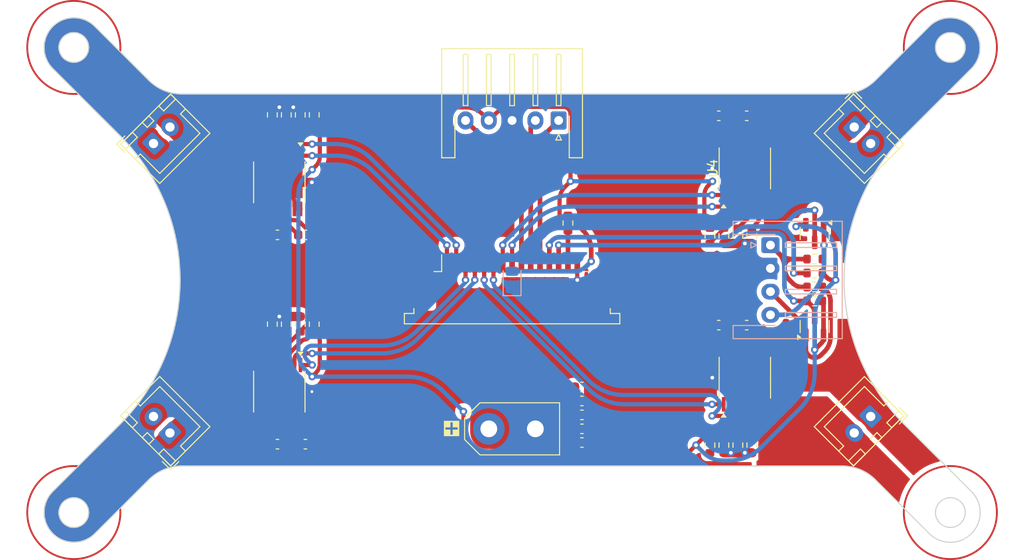
<source format=kicad_pcb>
(kicad_pcb (version 20240108) (generator "pcbnew") (generator_version "8.0")
  (layers (0 "F.Cu" signal) (31 "B.Cu" signal) (34 "B.Paste" user) (35 "F.Paste" user) (36 "B.SilkS" user "B.Silkscreen") (37 "F.SilkS" user "F.Silkscreen") (38 "B.Mask" user) (39 "F.Mask" user) (44 "Edge.Cuts" user))
  (net 0 "")
  (net 1 "Net-(U3-CPL)")
  (net 2 "Net-(U3-CPH)")
  (net 3 "VM")
  (net 4 "Net-(U3-VCP)")
  (net 5 "GND")
  (net 6 "Net-(U2-CPL)")
  (net 7 "Net-(U2-CPH)")
  (net 8 "Net-(U2-VCP)")
  (net 9 "Net-(U4-CPL)")
  (net 10 "Net-(U4-CPH)")
  (net 11 "Net-(U4-VCP)")
  (net 12 "Net-(D1-A)")
  (net 13 "EN-1")
  (net 14 "PH-1")
  (net 15 "EN-2")
  (net 16 "PH-2")
  (net 17 "OUT2-1")
  (net 18 "OUT1-1")
  (net 19 "OUT1-2")
  (net 20 "OUT2-2")
  (net 21 "OUT2-3")
  (net 22 "OUT1-3")
  (net 23 "OUT1-4")
  (net 24 "OUT2-4")
  (net 25 "PH-4")
  (net 26 "EN-4")
  (net 27 "EN-3")
  (net 28 "PH-3")
  (net 29 "VREF-1")
  (net 30 "SLEEP-1")
  (net 31 "Net-(U3-IPROPI)")
  (net 32 "IMODE-1")
  (net 33 "Net-(U2-IPROPI)")
  (net 34 "VREF-2")
  (net 35 "IMODE-2")
  (net 36 "Net-(U4-IPROPI)")
  (net 37 "VREF-3")
  (net 38 "IMODE-3")
  (net 39 "VREF-4")
  (net 40 "IMODE-4")
  (net 44 "Net-(U1-CPL)")
  (net 45 "Net-(U1-CPH)")
  (net 46 "Net-(U1-VCP)")
  (net 47 "Net-(U1-IPROPI)")
  (net 49 "Line-MD-Main=TX_5V")
  (net 50 "+5V")
  (net 51 "Line-MD-Main=RX_5V")
  (net 52 "Line-MD-Main=RX_3.3V")
  (net 53 "Line-MD-Main=TX_3.3V")
  (net 54 "ball02k")
  (net 55 "ball01k")
  (net 56 "KickerSignal-main")
  (footprint "Resistor_SMD:R_0603_1608Metric" (layer "F.Cu") (at 24.25 -4.75 -90)
    (property "Reference" "R16" (hide yes))
    (property "Value" "2.49k")
  )
  (footprint "Resistor_SMD:R_0603_1608Metric" (layer "F.Cu") (at 21.25 17.75 -90)
    (property "Reference" "R13" (hide yes))
    (property "Value" "10k")
  )
  (footprint "@2024TOINIOT2-MD:JST_XH_B2B-XH-A_1x02_P2.50mm_Vertical" (layer "F.Cu") (at -37.62959 15.556349 135)
    (property "Reference" "J4" (hide yes))
    (property "Value" "Conn_01x02_Pin")
  )
  (footprint "Resistor_SMD:R_0603_1608Metric" (layer "F.Cu") (at 32.5 0.75)
    (property "Reference" "R23" (hide yes))
    (property "Value" "10k")
  )
  (footprint "Capacitor_SMD:C_0603_1608Metric" (layer "F.Cu") (at 7.5 16 180)
    (property "Reference" "C4" (hide yes))
    (property "Value" "4.7u")
  )
  (footprint "Package_SO:HTSSOP-16-1EP_4.4x5mm_P0.65mm_EP3.4x5mm_Mask2.46x2.31mm" (layer "F.Cu") (at -25 12 -90)
    (property "Reference" "U2" (hide yes))
    (property "Value" "~")
  )
  (footprint "Package_SO:HTSSOP-16-1EP_4.4x5mm_P0.65mm_EP3.4x5mm_Mask2.46x2.31mm" (layer "F.Cu") (at -25 -10.5 -90)
    (property "Reference" "U1" (hide yes))
    (property "Value" "~")
  )
  (footprint "Capacitor_SMD:C_0603_1608Metric" (layer "F.Cu") (at -22.2 17.65 180)
    (property "Reference" "C9" (hide yes))
    (property "Value" "22n")
  )
  (footprint "Capacitor_SMD:C_0603_1608Metric" (layer "F.Cu") (at 7.5 14.5 180)
    (property "Reference" "C5" (hide yes))
    (property "Value" "50u")
  )
  (footprint "Capacitor_SMD:C_0603_1608Metric" (layer "F.Cu") (at 7.5 11.5 180)
    (property "Reference" "C8" (hide yes))
    (property "Value" "0.1u")
  )
  (footprint "Capacitor_SMD:C_0603_1608Metric" (layer "F.Cu") (at -25.2 17.65 180)
    (property "Reference" "C10" (hide yes))
    (property "Value" "220n")
  )
  (footprint "Resistor_SMD:R_0603_1608Metric" (layer "F.Cu") (at 22.75 17.75 -90)
    (property "Reference" "R14" (hide yes))
    (property "Value" "NP")
  )
  (footprint "Resistor_SMD:R_0603_1608Metric" (layer "F.Cu") (at 21.25 -4.75 -90)
    (property "Reference" "R17" (hide yes))
    (property "Value" "10k")
  )
  (footprint "Resistor_SMD:R_0603_1608Metric" (layer "F.Cu") (at 32.5 -2.25)
    (property "Reference" "R21" (hide yes))
    (property "Value" "10k")
  )
  (footprint "Resistor_SMD:R_0603_1608Metric" (layer "F.Cu") (at -25.75 -17.75 90)
    (property "Reference" "R7" (hide yes))
    (property "Value" "20k")
  )
  (footprint "Resistor_SMD:R_0603_1608Metric" (layer "F.Cu") (at 24.25 17.75 -90)
    (property "Reference" "R12" (hide yes))
    (property "Value" "2.49k")
  )
  (footprint "Package_TO_SOT_SMD:SOT-23" (layer "F.Cu") (at 32.5 -5 -90)
    (property "Reference" "Q3" (hide yes))
    (property "Value" "NMOS")
  )
  (footprint "@2024TOINIOT2-MD:JST_XH_B2B-XH-A_1x02_P2.50mm_Vertical" (layer "F.Cu") (at 37.62959 -15.556349 -45)
    (property "Reference" "J6" (hide yes))
    (property "Value" "Conn_01x02_Pin")
  )
  (footprint "Resistor_SMD:R_0603_1608Metric" (layer "F.Cu") (at -24.25 4.75 90)
    (property "Reference" "R8" (hide yes))
    (property "Value" "2.49k")
  )
  (footprint "Capacitor_SMD:C_0603_1608Metric" (layer "F.Cu") (at 25.2 4.85)
    (property "Reference" "C12" (hide yes))
    (property "Value" "220n")
  )
  (footprint "Package_SO:HTSSOP-16-1EP_4.4x5mm_P0.65mm_EP3.4x5mm_Mask2.46x2.31mm" (layer "F.Cu") (at 25 10.5 90)
    (property "Reference" "U3" (hide yes))
    (property "Value" "~")
  )
  (footprint "@2024TOINIOT2-MD:XT30U-M" (layer "F.Cu") (at 0 16)
    (property "Reference" "J7" (hide yes))
    (property "Value" "Conn_01x02_Pin")
  )
  (footprint "Capacitor_SMD:C_0603_1608Metric" (layer "F.Cu") (at 25.2 -17.65)
    (property "Reference" "C14" (hide yes))
    (property "Value" "220n")
  )
  (footprint "Resistor_SMD:R_0603_1608Metric" (layer "F.Cu") (at 22.75 -4.75 -90)
    (property "Reference" "R18" (hide yes))
    (property "Value" "NP")
  )
  (footprint "Resistor_SMD:R_0603_1608Metric" (layer "F.Cu") (at 25.75 17.75 -90)
    (property "Reference" "R15" (hide yes))
    (property "Value" "20k")
  )
  (footprint "Resistor_SMD:R_0603_1608Metric" (layer "F.Cu") (at -22.75 4.75 90)
    (property "Reference" "R10" (hide yes))
    (property "Value" "NP")
  )
  (footprint "Capacitor_SMD:C_0603_1608Metric" (layer "F.Cu") (at 7.5 17.47 180)
    (property "Reference" "C3" (hide yes))
    (property "Value" "4.7u")
  )
  (footprint "Resistor_SMD:R_0603_1608Metric" (layer "F.Cu") (at -24.25 -17.75 90)
    (property "Reference" "R4" (hide yes))
    (property "Value" "2.49k")
  )
  (footprint "Package_SO:HTSSOP-16-1EP_4.4x5mm_P0.65mm_EP3.4x5mm_Mask2.46x2.31mm" (layer "F.Cu") (at 25 -12 90)
    (property "Reference" "U4")
    (property "Value" "~")
  )
  (footprint "Capacitor_SMD:C_0603_1608Metric" (layer "F.Cu") (at -22.2 -4.85 180)
    (property "Reference" "C1" (hide yes))
    (property "Value" "22n")
  )
  (footprint "Capacitor_SMD:C_0603_1608Metric" (layer "F.Cu") (at 22.2 4.85)
    (property "Reference" "C11" (hide yes))
    (property "Value" "22n")
  )
  (footprint "Resistor_SMD:R_0603_1608Metric" (layer "F.Cu") (at 25.75 -4.75 -90)
    (property "Reference" "R19" (hide yes))
    (property "Value" "20k")
  )
  (footprint "Resistor_SMD:R_0603_1608Metric" (layer "F.Cu") (at -25.75 4.75 90)
    (property "Reference" "R11" (hide yes))
    (property "Value" "20k")
  )
  (footprint "Capacitor_SMD:C_0603_1608Metric" (layer "F.Cu") (at 22.2 -17.65)
    (property "Reference" "C13" (hide yes))
    (property "Value" "22n")
  )
  (footprint "Resistor_SMD:R_0603_1608Metric" (layer "F.Cu") (at 6 -6.125 90)
    (property "Reference" "R1" (hide yes))
    (property "Value" "330")
  )
  (footprint "Connector_FFC-FPC:TE_1-84953-5_1x15-1MP_P1.0mm_Horizontal" (layer "F.Cu") (at 0 0)
    (property "Reference" "J8" (hide yes))
    (property "Value" "Conn_01x15_Pin")
  )
  (footprint "Resistor_SMD:R_0603_1608Metric" (layer "F.Cu") (at -21.25 -17.75 90)
    (property "Reference" "R3" (hide yes))
    (property "Value" "10k")
  )
  (footprint "Capacitor_SMD:C_0603_1608Metric" (layer "F.Cu") (at -25.2 -4.85 180)
    (property "Reference" "C2" (hide yes))
    (property "Value" "220n")
  )
  (footprint "Connector_JST:JST_XH_S5B-XH-A-1_1x05_P2.50mm_Horizontal" (layer "F.Cu") (at 5 -17.15 180)
    (property "Reference" "J1" (hide yes))
    (property "Value" "Conn_01x05_Pin")
  )
  (footprint "Resistor_SMD:R_0603_1608Metric" (layer "F.Cu") (at -21.25 4.75 90)
    (property "Reference" "R9" (hide yes))
    (property "Value" "10k")
  )
  (footprint "@2024TOINIOT2-MD:JST_XH_B2B-XH-A_1x02_P2.50mm_Vertical" (layer "F.Cu") (at -37.62959 -15.556349 45)
    (property "Reference" "J3" (hide yes))
    (property "Value" "Conn_01x02_Pin")
  )
  (footprint "@2024TOINIOT2-MD:JST_XH_B2B-XH-A_1x02_P2.50mm_Vertical" (layer "F.Cu") (at 37.62959 15.556349 -135)
    (property "Reference" "J5" (hide yes))
    (property "Value" "Conn_01x02_Pin")
  )
  (footprint "Resistor_SMD:R_0603_1608Metric" (layer "F.Cu") (at 32.5 2.25)
    (property "Reference" "R22" (hide yes))
    (property "Value" "10k")
  )
  (footprint "Package_TO_SOT_SMD:SOT-23" (layer "F.Cu") (at 32.5 5 90)
    (property "Reference" "Q4" (hide yes))
    (property "Value" "NMOS")
  )
  (footprint "Resistor_SMD:R_0603_1608Metric" (layer "F.Cu") (at -22.75 -17.75 90)
    (property "Reference" "R6" (hide yes))
    (property "Value" "NP")
  )
  (footprint "Capacitor_SMD:C_0603_1608Metric" (layer "F.Cu") (at 7.5 13 180)
    (property "Reference" "C7" (hide yes))
    (property "Value" "0.1u")
  )
  (footprint "Resistor_SMD:R_0603_1608Metric" (layer "F.Cu") (at 32.5 -0.75)
    (property "Reference" "R20" (hide yes))
    (property "Value" "10k")
  )
  (footprint "Connector_JST:JST_XH_S4B-XH-A-1_1x04_P2.50mm_Horizontal" (layer "B.Cu") (at 27.75 -3.75 -90)
    (property "Reference" "J2" (hide yes))
    (property "Value" "Conn_01x04_Pin")
  )
  (footprint "LED_SMD:LED_0805_2012Metric" (layer "B.Cu") (at 0 0 90)
    (property "Reference" "D1" (hide yes))
    (property "Value" "LED")
  )
  (gr_circle (center 47.073241 25) (end 47.073241 30) (stroke (width 0.2)) (fill none) (layer "F.Cu"))
  (gr_circle (center -47.073241 25) (end -47.073241 20) (stroke (width 0.2)) (fill none) (layer "F.Cu"))
  (gr_circle (center 47.073241 -25) (end 47.073241 -30) (stroke (width 0.2)) (fill none) (layer "F.Cu"))
  (gr_circle (center -47.073241 -25) (end -47.073241 -20) (stroke (width 0.2)) (fill none) (layer "F.Cu"))
  (gr_line (start -42.073242 15.474518) (end -49.335983 22.737258) (stroke (width 0.12)) (layer "Edge.Cuts"))
  (gr_arc (start -49.335983 -22.737258) (mid -49.335983 -27.262742) (end -44.810499 -27.262742) (stroke (width 0.12)) (layer "Edge.Cuts"))
  (gr_line (start -39.012223 -21.464465) (end -44.810499 -27.262742) (stroke (width 0.12)) (layer "Edge.Cuts"))
  (gr_line (start 35.47669 -20) (end -35.476691 -20) (stroke (width 0.12)) (layer "Edge.Cuts"))
  (gr_arc (start 35.4767 20) (mid 37.390109 20.380599) (end 39.018145 21.470387) (stroke (width 0.12)) (layer "Edge.Cuts"))
  (gr_arc (start -42.073242 -15.474518) (mid -35.663486 0) (end -42.073242 15.474518) (stroke (width 0.12)) (layer "Edge.Cuts"))
  (gr_circle (center -47.073241 25) (end -45.473241 25) (stroke (width 0.12)) (fill none) (layer "Edge.Cuts"))
  (gr_line (start -35.476691 20) (end 35.4767 20) (stroke (width 0.12)) (layer "Edge.Cuts"))
  (gr_arc (start 44.810498 -27.262741) (mid 49.335983 -27.262742) (end 49.335982 -22.737257) (stroke (width 0.12)) (layer "Edge.Cuts"))
  (gr_arc (start -35.476691 -20) (mid -37.390107 -20.380602) (end -39.012223 -21.464465) (stroke (width 0.12)) (layer "Edge.Cuts"))
  (gr_line (start -44.810499 27.262742) (end -39.012223 21.464465) (stroke (width 0.12)) (layer "Edge.Cuts"))
  (gr_line (start 39.018145 21.470387) (end 44.810498 27.262741) (stroke (width 0.12)) (layer "Edge.Cuts"))
  (gr_line (start 49.335962 22.737237) (end 42.073243 15.474519) (stroke (width 0.12)) (layer "Edge.Cuts"))
  (gr_line (start 42.073243 -15.474519) (end 49.335982 -22.737257) (stroke (width 0.12)) (layer "Edge.Cuts"))
  (gr_circle (center -47.073241 -25) (end -45.473241 -25) (stroke (width 0.12)) (fill none) (layer "Edge.Cuts"))
  (gr_arc (start 42.073243 15.474519) (mid 35.663487 0) (end 42.073243 -15.474519) (stroke (width 0.12)) (layer "Edge.Cuts"))
  (gr_circle (center 47.073241 -25) (end 48.673241 -25) (stroke (width 0.12)) (fill none) (layer "Edge.Cuts"))
  (gr_circle (center 47.073241 25) (end 48.673241 25) (stroke (width 0.12)) (fill none) (layer "Edge.Cuts"))
  (gr_arc (start -44.810499 27.262742) (mid -49.335983 27.262742) (end -49.335983 22.737258) (stroke (width 0.12)) (layer "Edge.Cuts"))
  (gr_arc (start -39.012223 21.464465) (mid -37.390107 20.380602) (end -35.476691 20) (stroke (width 0.12)) (layer "Edge.Cuts"))
  (gr_line (start 44.810498 -27.262741) (end 39.012229 -21.464471) (stroke (width 0.12)) (layer "Edge.Cuts"))
  (gr_arc (start 49.335962 22.737237) (mid 49.335983 27.262742) (end 44.810498 27.262741) (stroke (width 0.12)) (layer "Edge.Cuts"))
  (gr_arc (start 39.012229 -21.464471) (mid 37.390107 -20.380605) (end 35.47669 -20) (stroke (width 0.12)) (layer "Edge.Cuts"))
  (gr_line (start -49.335983 -22.737258) (end -42.073242 -15.474518) (stroke (width 0.12)) (layer "Edge.Cuts"))
  (segment (start 23.347617 6.425) (end 23.462054 6.425) (width 0.45) (layer "F.Cu") (net 1))
  (segment (start 22.754197 6.179197) (end 21.425 4.85) (width 0.45) (layer "F.Cu") (net 1))
  (segment (start 24.025 6.987945) (end 24.025 7.6375) (width 0.45) (layer "F.Cu") (net 1))
  (arc (start 23.860117 6.589883) (mid 23.982148 6.772515) (end 24.025 6.987945) (width 0.45) (layer "F.Cu") (net 1))
  (arc (start 22.754197 6.179197) (mid 23.02646 6.361117) (end 23.347617 6.425) (width 0.45) (layer "F.Cu") (net 1))
  (arc (start 23.860117 6.589883) (mid 23.677484 6.467851) (end 23.462054 6.425) (width 0.45) (layer "F.Cu") (net 1))
  (segment (start 24.294736 6.105264) (end 23.937266 5.747794) (width 0.45) (layer "F.Cu") (net 2))
  (segment (start 24.675 7.023302) (end 24.675 7.6375) (width 0.45) (layer "F.Cu") (net 2))
  (segment (start 23.827205 5.702205) (end 22.975 4.85) (width 0.45) (layer "F.Cu") (net 2))
  (arc (start 24.294736 6.105264) (mid 24.576172 6.526463) (end 24.675 7.023302) (width 0.45) (layer "F.Cu") (net 2))
  (arc (start 23.827205 5.702205) (mid 23.852453 5.719075) (end 23.882236 5.725) (width 0.45) (layer "F.Cu") (net 2))
  (arc (start 23.937266 5.747794) (mid 23.912018 5.730923) (end 23.882236 5.725) (width 0.45) (layer "F.Cu") (net 2))
  (segment (start 25.975 -14.8625) (end 25.975 -17.65) (width 0.45) (layer "F.Cu") (net 3))
  (segment (start -25.975 17.65) (end -25.975 14.8625) (width 0.45) (layer "F.Cu") (net 3))
  (segment (start -25.975 -7.6375) (end -25.975 -4.85) (width 0.45) (layer "F.Cu") (net 3))
  (segment (start 25.975 7.6375) (end 25.975 4.85) (width 0.45) (layer "F.Cu") (net 3))
  (segment (start 25.325 6.386396) (end 25.325 7.6375) (width 0.45) (layer "F.Cu") (net 4))
  (segment (start 24.875 5.3) (end 24.425 4.85) (width 0.45) (layer "F.Cu") (net 4))
  (arc (start 24.875 5.3) (mid 25.208048 5.798442) (end 25.325 6.386396) (width 0.45) (layer "F.Cu") (net 4))
  (segment (start -24.25 -18.575) (end -22.75 -18.575) (width 1) (layer "F.Cu") (net 5))
  (segment (start 27.275 -14.421133) (end 27.275 -14.8625) (width 0.45) (layer "F.Cu") (net 5))
  (segment (start -23.05 14.8625) (end -22.725 14.8625) (width 0.45) (layer "F.Cu") (net 5))
  (segment (start 23.05 -14.8625) (end 22.725 -14.8625) (width 0.45) (layer "F.Cu") (net 5))
  (segment (start 24.25 18.575) (end 25.75 18.575) (width 1) (layer "F.Cu") (net 5))
  (segment (start -24.852383 12) (end -21.5 12) (width 1) (layer "F.Cu") (net 5))
  (segment (start 6.725 16) (end 2.5 16) (width 1) (layer "F.Cu") (net 5))
  (segment (start 6.725 16) (end 6.725 17.47) (width 1) (layer "F.Cu") (net 5))
  (segment (start 25.295234 12) (end 25 12) (width 0.45) (layer "F.Cu") (net 5))
  (segment (start 6.725 14.5) (end 6.725 16) (width 1) (layer "F.Cu") (net 5))
  (segment (start -26.962906 13.667672) (end -25.399614 12.10438) (width 0.45) (layer "F.Cu") (net 5))
  (segment (start -25.147617 12) (end -24.852383 12) (width 0.45) (layer "F.Cu") (net 5))
  (segment (start 25.147617 -12) (end 24.852383 -12) (width 0.45) (layer "F.Cu") (net 5))
  (segment (start 26.962906 8.832327) (end 25.295234 10.5) (width 0.45) (layer "F.Cu") (net 5))
  (segment (start -27.275 -8.078867) (end -27.275 -7.6375) (width 0.45) (layer "F.Cu") (net 5))
  (segment (start -27.275 14.421133) (end -27.275 14.8625) (width 0.45) (layer "F.Cu") (net 5))
  (segment (start 23.375 7.6375) (end 22.725 7.6375) (width 0.45) (layer "F.Cu") (net 5))
  (segment (start -25.147617 -10.5) (end -24.852383 -10.5) (width 0.45) (layer "F.Cu") (net 5))
  (segment (start -24.25 3.925) (end -22.75 3.925) (width 1) (layer "F.Cu") (net 5))
  (segment (start 24.25 18.575) (end 22.75 18.575) (width 1) (layer "F.Cu") (net 5))
  (segment (start 27.275 8.078867) (end 27.275 7.6375) (width 0.45) (layer "F.Cu") (net 5))
  (segment (start -23.375 14.5375) (end -23.375 14.24375) (width 0.45) (layer "F.Cu") (net 5))
  (segment (start 6.725 13) (end 6.725 14.5) (width 1) (layer "F.Cu") (net 5))
  (segment (start 25.399614 -12.10438) (end 26.962906 -13.667672) (width 0.45) (layer "F.Cu") (net 5))
  (segment (start -23.05 -7.6375) (end -22.725 -7.6375) (width 0.45) (layer "F.Cu") (net 5))
  (segment (start 7 0) (end 7 -1.8) (width 0.45) (layer "F.Cu") (net 5))
  (segment (start 24.25 -3.925) (end 25.75 -3.925) (width 1) (layer "F.Cu") (net 5))
  (segment (start -25.399614 -10.395618) (end -26.962906 -8.832327) (width 0.45) (layer "F.Cu") (net 5))
  (segment (start -24.25 3.925) (end -25.75 3.925) (width 1) (layer "F.Cu") (net 5))
  (segment (start 24.895618 -12.10438) (end 23.812522 -13.187477) (width 0.45) (layer "F.Cu") (net 5))
  (segment (start 23.375 8.25625) (end 23.375 7.6375) (width 0.45) (layer "F.Cu") (net 5))
  (segment (start 6.725 13) (end 6.725 11.5) (width 1) (layer "F.Cu") (net 5))
  (segment (start -24.895619 -10.395619) (end -23.812522 -9.312522) (width 0.45) (layer "F.Cu") (net 5))
  (segment (start 23.812522 9.312522) (end 24.1875 9.6875) (width 0.45) (layer "F.Cu") (net 5))
  (segment (start -24.852383 -10.5) (end -21.5 -10.5) (width 1) (layer "F.Cu") (net 5))
  (segment (start 23.850951 10.5) (end 21.5 10.5) (width 1) (layer "F.Cu") (net 5))
  (segment (start 24.852383 -12) (end 21.5 -12) (width 1) (layer "F.Cu") (net 5))
  (segment (start -23.375 -7.9625) (end -23.375 -8.25625) (width 0.45) (layer "F.Cu") (net 5))
  (segment (start 23.375 -14.5375) (end 23.375 -14.24375) (width 0.45) (layer "F.Cu") (net 5))
  (segment (start -24.895618 12.10438) (end -23.812522 13.187477) (width 0.45) (layer "F.Cu") (net 5))
  (segment (start -24.25 -18.575) (end -25.75 -18.575) (width 1) (layer "F.Cu") (net 5))
  (segment (start 24.25 -3.925) (end 22.75 -3.925) (width 1) (layer "F.Cu") (net 5))
  (via (at 21.5 10.5) (size 0.8) (drill 0.4) (layers "F.Cu" "B.Cu") (net 5))
  (via (at -21.5 -10.5) (size 0.8) (drill 0.4) (layers "F.Cu" "B.Cu") (net 5))
  (via (at 23.5 18.575) (size 0.8) (drill 0.4) (layers "F.Cu" "B.Cu") (net 5))
  (via (at 21.5 -12) (size 0.8) (drill 0.4) (layers "F.Cu" "B.Cu") (net 5))
  (via (at -25 -18.575) (size 0.8) (drill 0.4) (layers "F.Cu" "B.Cu") (net 5))
  (via (at 25 18.575) (size 0.8) (drill 0.4) (layers "F.Cu" "B.Cu") (net 5))
  (via (at -25 3.925) (size 0.8) (drill 0.4) (layers "F.Cu" "B.Cu") (net 5))
  (via (at -21.5 12) (size 0.5) (drill 0.3) (layers "F.Cu" "B.Cu") (net 5))
  (via (at -23.5 -18.575) (size 0.8) (drill 0.4) (layers "F.Cu" "B.Cu") (net 5))
  (via (at 25 -3.925) (size 0.8) (drill 0.4) (layers "F.Cu" "B.Cu") (net 5))
  (via (at 7 0) (size 0.8) (drill 0.4) (layers "F.Cu" "B.Cu") (net 5))
  (arc (start 23.375 -14.5375) (mid 23.279809 -14.767309) (end 23.05 -14.8625) (width 0.45) (layer "F.Cu") (net 5))
  (arc (start 24.895618 -12.10438) (mid 25.011236 -12.027127) (end 25.147617 -12) (width 0.45) (layer "F.Cu") (net 5))
  (arc (start 27.275 -14.421133) (mid 27.193889 -14.013362) (end 26.962906 -13.667672) (width 0.45) (layer "F.Cu") (net 5))
  (arc (start -25.147617 -10.5) (mid -25.283997 -10.472872) (end -25.399614 -10.395618) (width 0.45) (layer "F.Cu") (net 5))
  (arc (start 23.375 -14.24375) (mid 23.488708 -13.672099) (end 23.812522 -13.187477) (width 0.45) (layer "F.Cu") (net 5))
  (arc (start -23.812522 -9.312522) (mid -23.488708 -8.8279) (end -23.375 -8.25625) (width 0.45) (layer "F.Cu") (net 5))
  (arc (start -25.147617 12) (mid -25.283997 12.027127) (end -25.399614 12.10438) (width 0.45) (layer "F.Cu") (net 5))
  (arc (start -24.895619 -10.395619) (mid -25.011236 -10.472872) (end -25.147617 -10.5) (width 0.45) (layer "F.Cu") (net 5))
  (arc (start 27.275 8.078867) (mid 27.193889 8.486636) (end 26.962906 8.832327) (width 0.45) (layer "F.Cu") (net 5))
  (arc (start -26.962906 13.667672) (mid -27.193889 14.013362) (end -27.275 14.421133) (width 0.45) (layer "F.Cu") (net 5))
  (arc (start -26.962906 -8.832327) (mid -27.193889 -8.486636) (end -27.275 -8.078867) (width 0.45) (layer "F.Cu") (net 5))
  (arc (start -23.375 -7.9625) (mid -23.279809 -7.73269) (end -23.05 -7.6375) (width 0.45) (layer "F.Cu") (net 5))
  (arc (start 25.399614 -12.10438) (mid 25.283997 -12.027127) (end 25.147617 -12) (width 0.45) (layer "F.Cu") (net 5))
  (arc (start -23.375 14.5375) (mid -23.279809 14.767309) (end -23.05 14.8625) (width 0.45) (layer "F.Cu") (net 5))
  (arc (start -23.812522 13.187477) (mid -23.488708 13.672099) (end -23.375 14.24375) (width 0.45) (layer "F.Cu") (net 5))
  (arc (start -24.852383 12) (mid -24.908873 12.037745) (end -24.895618 12.10438) (width 1) (layer "F.Cu") (net 5))
  (arc (start 24.1875 9.6875) (mid 24.290673 10.206187) (end 23.850951 10.5) (width 0.45) (layer "F.Cu") (net 5))
  (arc (start 24.852383 -12) (mid 24.908873 -12.037745) (end 24.895618 -12.10438) (width 1) (layer "F.Cu") (net 5))
  (arc (start -24.852383 -10.5) (mid -24.908873 -10.462254) (end -24.895619 -10.395619) (width 1) (layer "F.Cu") (net 5))
  (arc (start -24.895618 12.10438) (mid -25.011236 12.027127) (end -25.147617 12) (width 0.45) (layer "F.Cu") (net 5))
  (arc (start 23.375 8.25625) (mid 23.488708 8.8279) (end 23.812522 9.312522) (width 0.45) (layer "F.Cu") (net 5))
  (segment (start -24.025 15.512054) (end -24.025 14.8625) (width 0.45) (layer "F.Cu") (net 6))
  (segment (start -23.347617 16.075) (end -23.462054 16.075) (width 0.45) (layer "F.Cu") (net 6))
  (segment (start -22.754197 16.320802) (end -21.425 17.65) (width 0.45) (layer "F.Cu") (net 6))
  (arc (start -23.860117 15.910117) (mid -23.677484 16.032148) (end -23.462054 16.075) (width 0.45) (layer "F.Cu") (net 6))
  (arc (start -24.025 15.512054) (mid -23.982148 15.727484) (end -23.860117 15.910117) (width 0.45) (layer "F.Cu") (net 6))
  (arc (start -22.754197 16.320802) (mid -23.02646 16.138881) (end -23.347617 16.075) (width 0.45) (layer "F.Cu") (net 6))
  (segment (start -24.319735 16.369735) (end -23.987266 16.702205) (width 0.45) (layer "F.Cu") (net 7))
  (segment (start -23.877205 16.747794) (end -22.975 17.65) (width 0.45) (layer "F.Cu") (net 7))
  (segment (start -24.675 15.512052) (end -24.675 14.8625) (width 0.45) (layer "F.Cu") (net 7))
  (arc (start -24.675 15.512052) (mid -24.582669 15.976227) (end -24.319735 16.369735) (width 0.45) (layer "F.Cu") (net 7))
  (arc (start -23.877205 16.747794) (mid -23.902453 16.730923) (end -23.932236 16.725) (width 0.45) (layer "F.Cu") (net 7))
  (arc (start -23.987266 16.702205) (mid -23.962018 16.719075) (end -23.932236 16.725) (width 0.45) (layer "F.Cu") (net 7))
  (segment (start -25.325 16.113603) (end -25.325 14.8625) (width 0.45) (layer "F.Cu") (net 8))
  (segment (start -24.875 17.2) (end -24.425 17.65) (width 0.45) (layer "F.Cu") (net 8))
  (arc (start -25.325 16.113603) (mid -25.208048 16.701556) (end -24.875 17.2) (width 0.45) (layer "F.Cu") (net 8))
  (segment (start 22.754197 -16.320802) (end 21.425 -17.65) (width 0.45) (layer "F.Cu") (net 9))
  (segment (start 24.025 -15.512054) (end 24.025 -14.8625) (width 0.45) (layer "F.Cu") (net 9))
  (segment (start 23.462054 -16.075) (end 23.347617 -16.075) (width 0.45) (layer "F.Cu") (net 9))
  (arc (start 22.754197 -16.320802) (mid 23.02646 -16.138881) (end 23.347617 -16.075) (width 0.45) (layer "F.Cu") (net 9))
  (arc (start 23.860117 -15.910117) (mid 23.982148 -15.727484) (end 24.025 -15.512054) (width 0.45) (layer "F.Cu") (net 9))
  (arc (start 23.860117 -15.910117) (mid 23.677484 -16.032148) (end 23.462054 -16.075) (width 0.45) (layer "F.Cu") (net 9))
  (segment (start 23.755086 -16.869913) (end 22.975 -17.65) (width 0.45) (layer "F.Cu") (net 10))
  (segment (start 24.267716 -16.421755) (end 23.865147 -16.824324) (width 0.45) (layer "F.Cu") (net 10))
  (segment (start 24.675 -15.438486) (end 24.675 -14.8625) (width 0.45) (layer "F.Cu") (net 10))
  (arc (start 23.865147 -16.824324) (mid 23.839899 -16.841194) (end 23.810117 -16.847119) (width 0.45) (layer "F.Cu") (net 10))
  (arc (start 23.755086 -16.869913) (mid 23.780334 -16.853042) (end 23.810117 -16.847119) (width 0.45) (layer "F.Cu") (net 10))
  (arc (start 24.267716 -16.421755) (mid 24.56915 -15.970627) (end 24.675 -15.438486) (width 0.45) (layer "F.Cu") (net 10))
  (segment (start 25.325 -16.113603) (end 25.325 -14.8625) (width 0.45) (layer "F.Cu") (net 11))
  (segment (start 24.875 -17.2) (end 24.425 -17.65) (width 0.45) (layer "F.Cu") (net 11))
  (arc (start 24.875 -17.2) (mid 25.208048 -16.701556) (end 25.325 -16.113603) (width 0.45) (layer "F.Cu") (net 11))
  (segment (start 7.633794 -5.316205) (end 6 -6.95) (width 0.5) (layer "F.Cu") (net 12))
  (segment (start 8.5 -3.225) (end 8.5 -2) (width 0.5) (layer "F.Cu") (net 12))
  (via (at 8.5 -2) (size 0.8) (drill 0.4) (layers "F.Cu" "B.Cu") (net 12))
  (arc (start 7.633794 -5.316205) (mid 8.27488 -4.356752) (end 8.5 -3.225) (width 0.5) (layer "F.Cu") (net 12))
  (segment (start 7.96875 -1.46875) (end 8.5 -2) (width 0.5) (layer "B.Cu") (net 12))
  (segment (start 6.686199 -0.9375) (end 0 -0.9375) (width 0.5) (layer "B.Cu") (net 12))
  (arc (start 7.96875 -1.46875) (mid 7.38031 -1.075567) (end 6.686199 -0.9375) (width 0.5) (layer "B.Cu") (net 12))
  (segment (start -21.475 -13.3625) (end -22.725 -13.3625) (width 0.45) (layer "F.Cu") (net 13))
  (segment (start -7 -3.75) (end -7 -1.8) (width 0.45) (layer "F.Cu") (net 13))
  (via (at -21.475 -13.3625) (size 0.8) (drill 0.4) (layers "F.Cu" "B.Cu") (net 13))
  (via (at -7 -3.75) (size 0.8) (drill 0.4) (layers "F.Cu" "B.Cu") (net 13))
  (segment (start -18.866463 -13.3625) (end -21.475 -13.3625) (width 0.45) (layer "B.Cu") (net 13))
  (segment (start -15.018707 -11.768707) (end -7 -3.75) (width 0.45) (layer "B.Cu") (net 13))
  (arc (start -15.018707 -11.768707) (mid -16.784072 -12.948286) (end -18.866463 -13.3625) (width 0.45) (layer "B.Cu") (net 13))
  (segment (start -21.475 -14.6125) (end -22.748037 -14.6125) (width 0.45) (layer "F.Cu") (net 14))
  (segment (start -6 -3.75) (end -6 -1.8) (width 0.45) (layer "F.Cu") (net 14))
  (segment (start -23.375 -13.985537) (end -23.375 -13.3625) (width 0.45) (layer "F.Cu") (net 14))
  (via (at -21.475 -14.6125) (size 0.8) (drill 0.4) (layers "F.Cu" "B.Cu") (net 14))
  (via (at -6 -3.75) (size 0.8) (drill 0.4) (layers "F.Cu" "B.Cu") (net 14))
  (arc (start -22.748037 -14.6125) (mid -22.987965 -14.564775) (end -23.191367 -14.428867) (width 0.45) (layer "F.Cu") (net 14))
  (arc (start -23.191367 -14.428867) (mid -23.327275 -14.225465) (end -23.375 -13.985537) (width 0.45) (layer "F.Cu") (net 14))
  (segment (start -21.475 -14.6125) (end -18.949736 -14.6125) (width 0.45) (layer "B.Cu") (net 14))
  (segment (start -6.058946 -3.975673) (end -15.10198 -13.018707) (width 0.45) (layer "B.Cu") (net 14))
  (segment (start -6 -3.75) (end -6 -3.833363) (width 0.45) (layer "B.Cu") (net 14))
  (arc (start -15.10198 -13.018707) (mid -16.867345 -14.198286) (end -18.949736 -14.6125) (width 0.45) (layer "B.Cu") (net 14))
  (arc (start -6.058946 -3.975673) (mid -6.015319 -3.91038) (end -6 -3.833363) (width 0.45) (layer "B.Cu") (net 14))
  (segment (start -21.475 9.1375) (end -22.725 9.1375) (width 0.45) (layer "F.Cu") (net 15))
  (segment (start -5 0) (end -5 -1.8) (width 0.45) (layer "F.Cu") (net 15))
  (via (at -21.475 9.1375) (size 0.8) (drill 0.4) (layers "F.Cu" "B.Cu") (net 15))
  (via (at -5 0) (size 0.8) (drill 0.4) (layers "F.Cu" "B.Cu") (net 15))
  (segment (start -21.475 9.1375) (end -22.028921 8.583578) (width 0.45) (layer "B.Cu") (net 15))
  (segment (start -21.475001 7.0625) (end -14.068974 7.0625) (width 0.45) (layer "B.Cu") (net 15))
  (segment (start -22.3 7.887498) (end -22.3 7.929136) (width 0.45) (layer "B.Cu") (net 15))
  (segment (start -10.221218 5.468707) (end -5.0875 0.334989) (width 0.45) (layer "B.Cu") (net 15))
  (segment (start -5 0.123744) (end -5 0) (width 0.45) (layer "B.Cu") (net 15))
  (arc (start -5 0.123744) (mid -5.02274 0.238069) (end -5.0875 0.334989) (width 0.45) (layer "B.Cu") (net 15))
  (arc (start -22.3 7.929136) (mid -22.229548 8.283317) (end -22.028921 8.583578) (width 0.45) (layer "B.Cu") (net 15))
  (arc (start -21.475001 7.0625) (mid -21.790714 7.125299) (end -22.058363 7.304136) (width 0.45) (layer "B.Cu") (net 15))
  (arc (start -10.221218 5.468707) (mid -11.986583 6.648286) (end -14.068974 7.0625) (width 0.45) (layer "B.Cu") (net 15))
  (arc (start -22.058363 7.304136) (mid -22.2372 7.571785) (end -22.3 7.887498) (width 0.45) (layer "B.Cu") (net 15))
  (segment (start -4 0) (end -4 -1.8) (width 0.45) (layer "F.Cu") (net 16))
  (segment (start -22.748037 7.8875) (end -21.475 7.8875) (width 0.45) (layer "F.Cu") (net 16))
  (segment (start -23.375 8.514462) (end -23.375 9.1375) (width 0.45) (layer "F.Cu") (net 16))
  (via (at -21.475 7.8875) (size 0.8) (drill 0.4) (layers "F.Cu" "B.Cu") (net 16))
  (via (at -4 0) (size 0.8) (drill 0.4) (layers "F.Cu" "B.Cu") (net 16))
  (arc (start -22.748037 7.8875) (mid -22.987965 7.935224) (end -23.191367 8.071133) (width 0.45) (layer "F.Cu") (net 16))
  (arc (start -23.191367 8.071133) (mid -23.327275 8.274534) (end -23.375 8.514462) (width 0.45) (layer "F.Cu") (net 16))
  (segment (start -4 0.083363) (end -4 0) (width 0.45) (layer "B.Cu") (net 16))
  (segment (start -21.475 7.8875) (end -13.974736 7.8875) (width 0.45) (layer "B.Cu") (net 16))
  (segment (start -4.058946 0.225673) (end -10.12698 6.293707) (width 0.45) (layer "B.Cu") (net 16))
  (arc (start -4 0.083363) (mid -4.015319 0.16038) (end -4.058946 0.225673) (width 0.45) (layer "B.Cu") (net 16))
  (arc (start -10.12698 6.293707) (mid -11.892345 7.473286) (end -13.974736 7.8875) (width 0.45) (layer "B.Cu") (net 16))
  (segment (start -27 -4.960308) (end -27 -4.800237) (width 0.45) (layer "F.Cu") (net 17))
  (segment (start -26.625 -4) (end -26.699312 -4.074312) (width 0.45) (layer "F.Cu") (net 17))
  (segment (start -26.25 -3.094669) (end -26.25 -0.25) (width 0.45) (layer "F.Cu") (net 17))
  (segment (start -26.625 -5.865639) (end -26.625 -7.6375) (width 0.45) (layer "F.Cu") (net 17))
  (arc (start -26.625 -5.865639) (mid -26.673729 -5.620658) (end -26.8125 -5.412974) (width 0.45) (layer "F.Cu") (net 17))
  (arc (start -27 -4.800237) (mid -26.921853 -4.407369) (end -26.699312 -4.074312) (width 0.45) (layer "F.Cu") (net 17))
  (arc (start -26.625 -4) (mid -26.347459 -3.58463) (end -26.25 -3.094669) (width 0.45) (layer "F.Cu") (net 17))
  (arc (start -26.8125 -5.412974) (mid -26.95127 -5.205289) (end -27 -4.960308) (width 0.45) (layer "F.Cu") (net 17))
  (segment (start -26.873008 -16.721229) (end -26.9625 -16.631738) (width 0.45) (layer "F.Cu") (net 18))
  (segment (start -27.275 -15.877296) (end -27.275 -13.3625) (width 0.45) (layer "F.Cu") (net 18))
  (segment (start -26.65 -17.557322) (end -26.65 -17.259619) (width 0.45) (layer "F.Cu") (net 18))
  (segment (start -26.675 -17.617677) (end -26.675 -19.75) (width 0.45) (layer "F.Cu") (net 18))
  (arc (start -26.6625 -17.5875) (mid -26.653248 -17.573654) (end -26.65 -17.557322) (width 0.45) (layer "F.Cu") (net 18))
  (arc (start -26.65 -17.259619) (mid -26.707957 -16.968244) (end -26.873008 -16.721229) (width 0.45) (layer "F.Cu") (net 18))
  (arc (start -26.9625 -16.631738) (mid -27.193783 -16.285597) (end -27.275 -15.877296) (width 0.45) (layer "F.Cu") (net 18))
  (arc (start -26.675 -17.617677) (mid -26.671751 -17.601345) (end -26.6625 -17.5875) (width 0.45) (layer "F.Cu") (net 18))
  (segment (start -26.25 2.335789) (end -26.25 0.75) (width 0.45) (layer "F.Cu") (net 19))
  (segment (start -27.275 4.810358) (end -27.275 9.1375) (width 0.45) (layer "F.Cu") (net 19))
  (arc (start -26.7625 3.573074) (mid -27.141805 4.140744) (end -27.275 4.810358) (width 0.45) (layer "F.Cu") (net 19))
  (arc (start -26.25 2.335789) (mid -26.383194 3.005402) (end -26.7625 3.573074) (width 0.45) (layer "F.Cu") (net 19))
  (segment (start -26.85 18) (end -26.85 18.073223) (width 0.45) (layer "F.Cu") (net 20))
  (segment (start -26.625 16.740426) (end -26.625 14.8625) (width 0.45) (layer "F.Cu") (net 20))
  (segment (start -26.85 17.5) (end -26.85 18) (width 0.45) (layer "F.Cu") (net 20))
  (segment (start -26.85 17.283625) (end -26.85 17.5) (width 0.45) (layer "F.Cu") (net 20))
  (segment (start -26.6 18.676776) (end -26.6 19.75) (width 0.45) (layer "F.Cu") (net 20))
  (arc (start -26.625 16.740426) (mid -26.654237 16.887415) (end -26.7375 17.012026) (width 0.45) (layer "F.Cu") (net 20))
  (arc (start -26.85 18.073223) (mid -26.817513 18.236543) (end -26.725 18.375) (width 0.45) (layer "F.Cu") (net 20))
  (arc (start -26.725 18.375) (mid -26.632486 18.513456) (end -26.6 18.676776) (width 0.45) (layer "F.Cu") (net 20))
  (arc (start -26.7375 17.012026) (mid -26.820762 17.136636) (end -26.85 17.283625) (width 0.45) (layer "F.Cu") (net 20))
  (segment (start 26.920282 5.305191) (end 26.8125 5.412974) (width 0.45) (layer "F.Cu") (net 21))
  (segment (start 27 5.112737) (end 27 5) (width 0.45) (layer "F.Cu") (net 21))
  (segment (start 26.625 5.865639) (end 26.625 7.6375) (width 0.45) (layer "F.Cu") (net 21))
  (arc (start 26.8125 5.412974) (mid 26.673729 5.620658) (end 26.625 5.865639) (width 0.45) (layer "F.Cu") (net 21))
  (arc (start 27 5.112737) (mid 26.979281 5.216892) (end 26.920282 5.305191) (width 0.45) (layer "F.Cu") (net 21))
  (segment (start 26.675 17.343502) (end 26.675 19.725) (width 0.45) (layer "F.Cu") (net 22))
  (segment (start 27.275 15.894973) (end 27.275 13.3625) (width 0.45) (layer "F.Cu") (net 22))
  (arc (start 26.975 16.619238) (mid 26.752967 16.951533) (end 26.675 17.343502) (width 0.45) (layer "F.Cu") (net 22))
  (arc (start 27.275 15.894973) (mid 27.197032 16.286942) (end 26.975 16.619238) (width 0.45) (layer "F.Cu") (net 22))
  (segment (start 27.0125 -5.5125) (end 26.75 -5.25) (width 0.45) (layer "F.Cu") (net 23))
  (segment (start 27.275 -6.146231) (end 27.275 -9.1375) (width 0.45) (layer "F.Cu") (net 23))
  (arc (start 27.275 -6.146231) (mid 27.206778 -5.803258) (end 27.0125 -5.5125) (width 0.45) (layer "F.Cu") (net 23))
  (segment (start 26.625 -18.659099) (end 26.625 -19.775) (width 0.45) (layer "F.Cu") (net 24))
  (segment (start 26.625 -16.740426) (end 26.625 -14.8625) (width 0.45) (layer "F.Cu") (net 24))
  (segment (start 26.85 -18.1159) (end 26.85 -17.283625) (width 0.45) (layer "F.Cu") (net 24))
  (arc (start 26.7375 -18.3875) (mid 26.820762 -18.262889) (end 26.85 -18.1159) (width 0.45) (layer "F.Cu") (net 24))
  (arc (start 26.7375 -17.012026) (mid 26.654237 -16.887415) (end 26.625 -16.740426) (width 0.45) (layer "F.Cu") (net 24))
  (arc (start 26.625 -18.659099) (mid 26.654237 -18.51211) (end 26.7375 -18.3875) (width 0.45) (layer "F.Cu") (net 24))
  (arc (start 26.85 -17.283625) (mid 26.820762 -17.136636) (end 26.7375 -17.012026) (width 0.45) (layer "F.Cu") (net 24))
  (segment (start 22.748037 -7.8875) (end 21.475 -7.8875) (width 0.45) (layer "F.Cu") (net 25))
  (segment (start 23.375 -8.514462) (end 23.375 -9.1375) (width 0.45) (layer "F.Cu") (net 25))
  (segment (start 0 -3.75) (end 0 -1.8) (width 0.45) (layer "F.Cu") (net 25))
  (via (at 21.475 -7.8875) (size 0.8) (drill 0.4) (layers "F.Cu" "B.Cu") (net 25))
  (via (at 0 -3.75) (size 0.8) (drill 0.4) (layers "F.Cu" "B.Cu") (net 25))
  (arc (start 23.375 -8.514462) (mid 23.327275 -8.274534) (end 23.191367 -8.071133) (width 0.45) (layer "F.Cu") (net 25))
  (arc (start 23.191367 -8.071133) (mid 22.987965 -7.935224) (end 22.748037 -7.8875) (width 0.45) (layer "F.Cu") (net 25))
  (segment (start 0.058946 -3.975673) (end 2.37698 -6.293707) (width 0.45) (layer "B.Cu") (net 25))
  (segment (start 0 -3.833363) (end 0 -3.75) (width 0.45) (layer "B.Cu") (net 25))
  (segment (start 6.224736 -7.8875) (end 21.475 -7.8875) (width 0.45) (layer "B.Cu") (net 25))
  (arc (start 0.058946 -3.975673) (mid 0.015319 -3.91038) (end 0 -3.833363) (width 0.45) (layer "B.Cu") (net 25))
  (arc (start 6.224736 -7.8875) (mid 4.142345 -7.473286) (end 2.37698 -6.293707) (width 0.45) (layer "B.Cu") (net 25))
  (segment (start -1 -3.75) (end -1 -1.8) (width 0.45) (layer "F.Cu") (net 26))
  (segment (start 21.475 -9.1375) (end 22.725 -9.1375) (width 0.45) (layer "F.Cu") (net 26))
  (via (at 21.475 -9.1375) (size 0.8) (drill 0.4) (layers "F.Cu" "B.Cu") (net 26))
  (via (at -1 -3.75) (size 0.8) (drill 0.4) (layers "F.Cu" "B.Cu") (net 26))
  (segment (start 21.475 -9.1375) (end 6.474736 -9.1375) (width 0.45) (layer "B.Cu") (net 26))
  (segment (start -1 -3.75) (end -1 -3.833363) (width 0.45) (layer "B.Cu") (net 26))
  (segment (start -0.941053 -3.975673) (end 2.62698 -7.543707) (width 0.45) (layer "B.Cu") (net 26))
  (arc (start -0.941053 -3.975673) (mid -0.98468 -3.91038) (end -1 -3.833363) (width 0.45) (layer "B.Cu") (net 26))
  (arc (start 6.474736 -9.1375) (mid 4.392345 -8.723286) (end 2.62698 -7.543707) (width 0.45) (layer "B.Cu") (net 26))
  (segment (start -3 -0.000003) (end -3 -1.8) (width 0.45) (layer "F.Cu") (net 27))
  (segment (start -3 -0.000003) (end -2.999997 0) (width 0.45) (layer "F.Cu") (net 27))
  (segment (start 21.475 13.3625) (end 22.725 13.3625) (width 0.45) (layer "F.Cu") (net 27))
  (via (at 21.475 13.3625) (size 0.8) (drill 0.4) (layers "F.Cu" "B.Cu") (net 27))
  (via (at -2.999997 0) (size 0.8) (drill 0.4) (layers "F.Cu" "B.Cu") (net 27))
  (segment (start -2.999997 0) (end -2.999997 0.254625) (width 0.45) (layer "B.Cu") (net 27))
  (segment (start 8.259459 11.768707) (end -2.819949 0.689298) (width 0.45) (layer "B.Cu") (net 27))
  (segment (start 21.475 13.3625) (end 12.107215 13.3625) (width 0.45) (layer "B.Cu") (net 27))
  (arc (start 8.259459 11.768707) (mid 10.024824 12.948286) (end 12.107215 13.3625) (width 0.45) (layer "B.Cu") (net 27))
  (arc (start -2.999997 0.254625) (mid -2.953204 0.489868) (end -2.819949 0.689298) (width 0.45) (layer "B.Cu") (net 27))
  (segment (start 23.375 13.985536) (end 23.375 13.3625) (width 0.45) (layer "F.Cu") (net 28))
  (segment (start 22.748036 14.6125) (end 21.475 14.6125) (width 0.45) (layer "F.Cu") (net 28))
  (segment (start -2 0) (end -2 -1.8) (width 0.45) (layer "F.Cu") (net 28))
  (via (at -2 0) (size 0.8) (drill 0.4) (layers "F.Cu" "B.Cu") (net 28))
  (via (at 21.475 14.6125) (size 0.8) (drill 0.4) (layers "F.Cu" "B.Cu") (net 28))
  (arc (start 23.375 13.985536) (mid 23.327275 14.225464) (end 23.191366 14.428866) (width 0.45) (layer "F.Cu") (net 28))
  (arc (start 23.191366 14.428866) (mid 22.987964 14.564775) (end 22.748036 14.6125) (width 0.45) (layer "F.Cu") (net 28))
  (segment (start 22.028921 14.058578) (end 21.475 14.6125) (width 0.45) (layer "B.Cu") (net 28))
  (segment (start 22.028921 12.749694) (end 21.970863 12.691636) (width 0.45) (layer "B.Cu") (net 28))
  (segment (start -2 0) (end -2 0.295005) (width 0.45) (layer "B.Cu") (net 28))
  (segment (start 8.178697 10.768707) (end -1.791399 0.79861) (width 0.45) (layer "B.Cu") (net 28))
  (segment (start 12.026453 12.3625) (end 21.176257 12.3625) (width 0.45) (layer "B.Cu") (net 28))
  (arc (start 22.3 13.404136) (mid 22.229548 13.758317) (end 22.028921 14.058578) (width 0.45) (layer "B.Cu") (net 28))
  (arc (start 22.028921 12.749694) (mid 22.229548 13.049954) (end 22.3 13.404136) (width 0.45) (layer "B.Cu") (net 28))
  (arc (start 8.178697 10.768707) (mid 9.944062 11.948286) (end 12.026453 12.3625) (width 0.45) (layer "B.Cu") (net 28))
  (arc (start 21.970863 12.691636) (mid 21.606294 12.448039) (end 21.176257 12.3625) (width 0.45) (layer "B.Cu") (net 28))
  (arc (start -2 0.295005) (mid -1.945786 0.567554) (end -1.791399 0.79861) (width 0.45) (layer "B.Cu") (net 28))
  (segment (start -21.25 -18.5375) (end -21.25 -18.575) (width 0.45) (layer "F.Cu") (net 29))
  (segment (start -22.776516 -16.898483) (end -24.975866 -14.699133) (width 0.45) (layer "F.Cu") (net 29))
  (segment (start -21.276516 -18.473483) (end -22.723483 -17.026516) (width 0.45) (layer "F.Cu") (net 29))
  (segment (start -25.325 -13.85625) (end -25.325 -13.3625) (width 0.45) (layer "F.Cu") (net 29))
  (arc (start -24.975866 -14.699133) (mid -25.234263 -14.312415) (end -25.325 -13.85625) (width 0.45) (layer "F.Cu") (net 29))
  (arc (start -22.723483 -17.026516) (mid -22.743108 -16.997145) (end -22.75 -16.9625) (width 0.45) (layer "F.Cu") (net 29))
  (arc (start -21.25 -18.5375) (mid -21.256891 -18.502854) (end -21.276516 -18.473483) (width 0.45) (layer "F.Cu") (net 29))
  (arc (start -22.75 -16.9625) (mid -22.756891 -16.927854) (end -22.776516 -16.898483) (width 0.45) (layer "F.Cu") (net 29))
  (segment (start 6.275 -17.842632) (end 6.275 -10.6125) (width 0.45) (layer "F.Cu") (net 30))
  (segment (start 21.55 -5.875) (end 22.671139 -6.996139) (width 0.45) (layer "F.Cu") (net 30))
  (segment (start 23.698592 15.057169) (end 23.759131 14.996631) (width 0.45) (layer "F.Cu") (net 30))
  (segment (start 23.617716 -7.578244) (end 23.293332 -7.25386) (width 0.45) (layer "F.Cu") (net 30))
  (segment (start -21.0625 -12.275) (end -21.475 -11.8625) (width 0.45) (layer "F.Cu") (net 30))
  (segment (start 20.9125 16.925) (end 21.25 16.925) (width 0.45) (layer "F.Cu") (net 30))
  (segment (start -20.95 5.875) (end -21.25 5.575) (width 0.45) (layer "F.Cu") (net 30))
  (segment (start 33.45 5.63125) (end 33.45 2.463388) (width 0.5) (layer "F.Cu") (net 30))
  (segment (start 33.836351 -0.238648) (end 33.325 -0.75) (width 0.5) (layer "F.Cu") (net 30))
  (segment (start 6.275 -10.6125) (end 5.6875 -10.025) (width 0.45) (layer "F.Cu") (net 30))
  (segment (start -2.664339 18.8875) (end 17.808166 18.8875) (width 0.45) (layer "F.Cu") (net 30))
  (segment (start -23.617716 7.578244) (end -22.568332 6.52886) (width 0.45) (layer "F.Cu") (net 30))
  (segment (start -0.003356 -18.6125) (end 5.505132 -18.6125) (width 0.45) (layer "F.Cu") (net 30))
  (segment (start -20.95 -16.625) (end -21.25 -16.925) (width 0.45) (layer "F.Cu") (net 30))
  (segment (start 20.65 -9.118781) (end 20.65 -6.599264) (width 0.45) (layer "F.Cu") (net 30))
  (segment (start -20.4375 -17.7375) (end -21.25 -16.925) (width 0.45) (layer "F.Cu") (net 30))
  (segment (start 34.4125 0) (end 34.75 0) (width 0.5) (layer "F.Cu") (net 30))
  (segment (start 21.0875 -10.175) (end 21.525 -10.6125) (width 0.45) (layer "F.Cu") (net 30))
  (segment (start 20.336351 17.163648) (end 19.75 17.75) (width 0.45) (layer "F.Cu") (net 30))
  (segment (start 33.233448 6.766551) (end 32.5 7.5) (width 0.5) (layer "F.Cu") (net 30))
  (segment (start -23.650985 -14.888485) (end -23.405832 -15.133639) (width 0.45) (layer "F.Cu") (net 30))
  (segment (start -20.65 -13.270863) (end -20.65 -15.900735) (width 0.45) (layer "F.Cu") (net 30))
  (segment (start -24.025 8.561514) (end -24.025 9.1375) (width 0.45) (layer "F.Cu") (net 30))
  (segment (start -24.025 -13.985536) (end -24.025 -13.3625) (width 0.45) (layer "F.Cu") (net 30))
  (segment (start 30.5 -5.75) (end 30.59375 -5.84375) (width 0.5) (layer "F.Cu") (net 30))
  (segment (start -21.0625 9.975) (end -21.475 10.3875) (width 0.45) (layer "F.Cu") (net 30))
  (segment (start -1.76875 -17.88125) (end -1.8 -17.85) (width 0.45) (layer "F.Cu") (net 30))
  (segment (start 30.820082 -5.9375) (end 31.55 -5.9375) (width 0.5) (layer "F.Cu") (net 30))
  (segment (start 19.18125 18.31875) (end 19.75 17.75) (width 0.45) (layer "F.Cu") (net 30))
  (segment (start 6 -5.3) (end 6 -1.8) (width 0.5) (layer "F.Cu") (net 30))
  (segment (start -5.225 16.326839) (end -5.225 14.1375) (width 0.45) (layer "F.Cu") (net 30))
  (segment (start 33.378033 2.303033) (end 33.3875 2.3125) (width 0.5) (layer "F.Cu") (net 30))
  (segment (start -21.946139 6.271139) (end -21.25 5.575) (width 0.45) (layer "F.Cu") (net 30))
  (segment (start -18.475951 -18.55) (end -4.889949 -18.55) (width 0.45) (layer "F.Cu") (net 30))
  (segment (start 33.325 2.325) (end 33.325 2.4) (width 0.5) (layer "F.Cu") (net 30))
  (segment (start 24.025 -8.561514) (end 24.025 -9.1375) (width 0.45) (layer "F.Cu") (net 30))
  (segment (start 5.55 -5.75) (end 6 -5.3) (width 0.45) (layer "F.Cu") (net 30))
  (segment (start -20.65 8.979136) (end -20.65 6.599264) (width 0.45) (layer "F.Cu") (net 30))
  (segment (start -22.783639 -15.39136) (end -21.25 -16.925) (width 0.45) (layer "F.Cu") (net 30))
  (segment (start 5.1 -6.836396) (end 5.1 -8.606649) (width 0.45) (layer "F.Cu") (net 30))
  (segment (start 33.45 5.63125) (end 33.45 6.24375) (width 0.5) (layer "F.Cu") (net 30))
  (segment (start 24.025 14.354766) (end 24.025 13.3625) (width 0.45) (layer "F.Cu") (net 30))
  (segment (start 22.707169 15.46783) (end 21.25 16.925) (width 0.45) (layer "F.Cu") (net 30))
  (via (at -21.475 -11.8625) (size 0.8) (drill 0.4) (layers "F.Cu" "B.Cu") (net 30))
  (via (at 32.5 7.5) (size 0.8) (drill 0.4) (layers "F.Cu" "B.Cu") (net 30))
  (via (at 6.275 -10.6125) (size 0.8) (drill 0.4) (layers "F.Cu" "B.Cu") (net 30))
  (via (at 19.75 17.75) (size 0.8) (drill 0.4) (layers "F.Cu" "B.Cu") (net 30))
  (via (at 34.75 0) (size 0.8) (drill 0.4) (layers "F.Cu" "B.Cu") (net 30))
  (via (at 30.5 -5.75) (size 0.8) (drill 0.4) (layers "F.Cu" "B.Cu") (net 30))
  (via (at -5.225 14.1375) (size 0.8) (drill 0.4) (layers "F.Cu" "B.Cu") (net 30))
  (via (at 21.525 -10.6125) (size 0.8) (drill 0.4) (layers "F.Cu" "B.Cu") (net 30))
  (via (at -21.475 10.3875) (size 0.8) (drill 0.4) (layers "F.Cu" "B.Cu") (net 30))
  (arc (start -3.2 -17.85) (mid -2.5 -17.56005) (end -1.8 -17.85) (width 0.45) (layer "F.Cu") (net 30))
  (arc (start 6.049511 -18.387011) (mid 6.216397 -18.137247) (end 6.275 -17.842632) (width 0.45) (layer "F.Cu") (net 30))
  (arc (start 20.9125 16.925) (mid 20.60069 16.987022) (end 20.336351 17.163648) (width 0.45) (layer "F.Cu") (net 30))
  (arc (start 5.1 -6.836396) (mid 5.216951 -6.248442) (end 5.55 -5.75) (width 0.45) (layer "F.Cu") (net 30))
  (arc (start 23.698592 15.057169) (mid 23.471157 15.209136) (end 23.202881 15.2625) (width 0.45) (layer "F.Cu") (net 30))
  (arc (start 30.820082 -5.9375) (mid 30.697592 -5.913135) (end 30.59375 -5.84375) (width 0.5) (layer "F.Cu") (net 30))
  (arc (start 22.982236 -7.125) (mid 22.813871 -7.09151) (end 22.671139 -6.996139) (width 0.45) (layer "F.Cu") (net 30))
  (arc (start -23.617716 7.578244) (mid -23.91915 8.029372) (end -24.025 8.561514) (width 0.45) (layer "F.Cu") (net 30))
  (arc (start 33.3875 2.3125) (mid 33.433756 2.381728) (end 33.45 2.463388) (width 0.5) (layer "F.Cu") (net 30))
  (arc (start 24.025 14.354766) (mid 23.955902 14.70214) (end 23.759131 14.996631) (width 0.45) (layer "F.Cu") (net 30))
  (arc (start -18.475951 -18.55) (mid -19.537533 -18.338838) (end -20.4375 -17.7375) (width 0.45) (layer "F.Cu") (net 30))
  (arc (start 6.049511 -18.387011) (mid 5.799747 -18.553897) (end 5.505132 -18.6125) (width 0.45) (layer "F.Cu") (net 30))
  (arc (start -22.783639 -15.39136) (mid -22.926371 -15.295989) (end -23.094736 -15.2625) (width 0.45) (layer "F.Cu") (net 30))
  (arc (start -20.95 5.875) (mid -20.727967 6.207295) (end -20.65 6.599264) (width 0.45) (layer "F.Cu") (net 30))
  (arc (start -5.225 16.326839) (mid -5.030081 17.306761) (end -4.475 18.1375) (width 0.45) (layer "F.Cu") (net 30))
  (arc (start -3.2 -17.85) (mid -3.975355 -18.368075) (end -4.889949 -18.55) (width 0.45) (layer "F.Cu") (net 30))
  (arc (start -4.475 18.1375) (mid -3.644261 18.692581) (end -2.664339 18.8875) (width 0.45) (layer "F.Cu") (net 30))
  (arc (start 24.025 -8.561514) (mid 23.91915 -8.029372) (end 23.617716 -7.578244) (width 0.45) (layer "F.Cu") (net 30))
  (arc (start -20.95 -16.625) (mid -20.727967 -16.292704) (end -20.65 -15.900735) (width 0.45) (layer "F.Cu") (net 30))
  (arc (start 33.836351 -0.238648) (mid 34.10069 -0.062022) (end 34.4125 0) (width 0.5) (layer "F.Cu") (net 30))
  (arc (start 19.18125 18.31875) (mid 18.551273 18.739686) (end 17.808166 18.8875) (width 0.45) (layer "F.Cu") (net 30))
  (arc (start 20.95 -5.875) (mid 21.25 -5.750735) (end 21.55 -5.875) (width 0.45) (layer "F.Cu") (net 30))
  (arc (start 33.45 6.24375) (mid 33.393719 6.526687) (end 33.233448 6.766551) (width 0.5) (layer "F.Cu") (net 30))
  (arc (start -21.946139 6.271139) (mid -22.088871 6.36651) (end -22.257236 6.4) (width 0.45) (layer "F.Cu") (net 30))
  (arc (start -23.094736 -15.2625) (mid -23.2631 -15.22901) (end -23.405832 -15.133639) (width 0.45) (layer "F.Cu") (net 30))
  (arc (start 23.202881 15.2625) (mid 22.934603 15.315863) (end 22.707169 15.46783) (width 0.45) (layer "F.Cu") (net 30))
  (arc (start -23.650985 -14.888485) (mid -23.927796 -14.474208) (end -24.025 -13.985536) (width 0.45) (layer "F.Cu") (net 30))
  (arc (start 20.65 -6.599264) (mid 20.727967 -6.207295) (end 20.95 -5.875) (width 0.45) (layer "F.Cu") (net 30))
  (arc (start -20.65 8.979136) (mid -20.757205 9.518093) (end -21.0625 9.975) (width 0.45) (layer "F.Cu") (net 30))
  (arc (start 33.378033 2.303033) (mid 33.344177 2.296298) (end 33.325 2.325) (width 0.5) (layer "F.Cu") (net 30))
  (arc (start 21.0875 -10.175) (mid 20.763702 -9.690402) (end 20.65 -9.118781) (width 0.45) (layer "F.Cu") (net 30))
  (arc (start -20.65 -13.270863) (mid -20.757205 -12.731905) (end -21.0625 -12.275) (width 0.45) (layer "F.Cu") (net 30))
  (arc (start 23.293332 -7.25386) (mid 23.1506 -7.158489) (end 22.982236 -7.125) (width 0.45) (layer "F.Cu") (net 30))
  (arc (start 5.6875 -10.025) (mid 5.252686 -9.374255) (end 5.1 -8.606649) (width 0.45) (layer "F.Cu") (net 30))
  (arc (start -22.257236 6.4) (mid -22.4256 6.433489) (end -22.568332 6.52886) (width 0.45) (layer "F.Cu") (net 30))
  (arc (start -0.003356 -18.6125) (mid -0.95878 -18.422454) (end -1.76875 -17.88125) (width 0.45) (layer "F.Cu") (net 30))
  (segment (start 30.5 -5.75) (end 31.762563 -5.75) (width 0.5) (layer "B.Cu") (net 30))
  (segment (start -7.381207 11.981292) (end -5.225 14.1375) (width 0.45) (layer "B.Cu") (net 30))
  (segment (start -21.475 -11.8625) (end -22.2125 -11.125) (width 0.45) (layer "B.Cu") (net 30))
  (segment (start 19.75 17.75) (end 20.575 18.575) (width 0.45) (layer "B.Cu") (net 30))
  (segment (start 34.75 0) (end 33.625 1.125) (width 0.5) (layer "B.Cu") (net 30))
  (segment (start 32.5 3.84099) (end 32.5 7.5) (width 0.5) (layer "B.Cu") (net 30))
  (segment (start 32.5 9.987763) (end 32.5 7.5) (width 0.45) (layer "B.Cu") (net 30))
  (segment (start 30.906207 13.835519) (end 26.735337 18.006389) (width 0.45) (layer "B.Cu") (net 30))
  (segment (start -22.95 7.869517) (end -22.95 -9.344517) (width 0.45) (layer "B.Cu") (net 30))
  (segment (start -11.228963 10.3875) (end -21.475 10.3875) (width 0.45) (layer "B.Cu") (net 30))
  (segment (start 23.370863 19.4) (end 22.566726 19.4) (width 0.45) (layer "B.Cu") (net 30))
  (segment (start 21.525 -10.6125) (end 6.275 -10.6125) (width 0.45) (layer "B.Cu") (net 30))
  (segment (start -22.2125 9.65) (end -21.475 10.3875) (width 0.45) (layer "B.Cu") (net 30))
  (segment (start 34.75 -2.762563) (end 34.75 0) (width 0.5) (layer "B.Cu") (net 30))
  (arc (start 32.5 9.987763) (mid 32.085786 12.070153) (end 30.906207 13.835519) (width 0.45) (layer "B.Cu") (net 30))
  (arc (start -22.95 7.869517) (mid -22.758329 8.833107) (end -22.2125 9.65) (width 0.45) (layer "B.Cu") (net 30))
  (arc (start -7.381207 11.981292) (mid -9.146572 10.801713) (end -11.228963 10.3875) (width 0.45) (layer "B.Cu") (net 30))
  (arc (start 33.875 -4.875) (mid 34.522594 -3.905805) (end 34.75 -2.762563) (width 0.5) (layer "B.Cu") (net 30))
  (arc (start 20.575 18.575) (mid 21.488811 19.185589) (end 22.566726 19.4) (width 0.45) (layer "B.Cu") (net 30))
  (arc (start 26.735337 18.006389) (mid 25.191703 19.037812) (end 23.370863 19.4) (width 0.45) (layer "B.Cu") (net 30))
  (arc (start 33.875 -4.875) (mid 32.905805 -5.522594) (end 31.762563 -5.75) (width 0.5) (layer "B.Cu") (net 30))
  (arc (start 33.625 1.125) (mid 32.792377 2.371106) (end 32.5 3.84099) (width 0.5) (layer "B.Cu") (net 30))
  (arc (start -22.2125 -11.125) (mid -22.758329 -10.308107) (end -22.95 -9.344517) (width 0.45) (layer "B.Cu") (net 30))
  (segment (start 25.975 14.28125) (end 25.975 13.3625) (width 0.45) (layer "F.Cu") (net 31))
  (segment (start 25.325345 15.849654) (end 24.25 16.925) (width 0.45) (layer "F.Cu") (net 31))
  (arc (start 25.975 14.28125) (mid 25.80616 15.130064) (end 25.325345 15.849654) (width 0.45) (layer "F.Cu") (net 31))
  (segment (start -26.1875 -16.4875) (end -25.75 -16.925) (width 0.45) (layer "F.Cu") (net 32))
  (segment (start -26.625 -15.431281) (end -26.625 -13.3625) (width 0.45) (layer "F.Cu") (net 32))
  (arc (start -26.1875 -16.4875) (mid -26.511297 -16.002902) (end -26.625 -15.431281) (width 0.45) (layer "F.Cu") (net 32))
  (segment (start -25.975 8.21875) (end -25.975 9.1375) (width 0.45) (layer "F.Cu") (net 33))
  (segment (start -25.325345 6.650345) (end -24.25 5.575) (width 0.45) (layer "F.Cu") (net 33))
  (arc (start -25.325345 6.650345) (mid -25.80616 7.369935) (end -25.975 8.21875) (width 0.45) (layer "F.Cu") (net 33))
  (segment (start -22.776516 5.601516) (end -24.975866 7.800866) (width 0.45) (layer "F.Cu") (net 34))
  (segment (start -21.25 3.9625) (end -21.25 3.925) (width 0.45) (layer "F.Cu") (net 34))
  (segment (start -25.325 8.64375) (end -25.325 9.1375) (width 0.45) (layer "F.Cu") (net 34))
  (segment (start -21.276516 4.026516) (end -22.723483 5.473483) (width 0.45) (layer "F.Cu") (net 34))
  (arc (start -22.75 5.5375) (mid -22.756891 5.572145) (end -22.776516 5.601516) (width 0.45) (layer "F.Cu") (net 34))
  (arc (start -21.25 3.9625) (mid -21.256891 3.997145) (end -21.276516 4.026516) (width 0.45) (layer "F.Cu") (net 34))
  (arc (start -24.975866 7.800866) (mid -25.234263 8.187584) (end -25.325 8.64375) (width 0.45) (layer "F.Cu") (net 34))
  (arc (start -22.723483 5.473483) (mid -22.743108 5.502854) (end -22.75 5.5375) (width 0.45) (layer "F.Cu") (net 34))
  (segment (start -26.625 7.068718) (end -26.625 9.1375) (width 0.45) (layer "F.Cu") (net 35))
  (segment (start -26.1875 6.0125) (end -25.75 5.575) (width 0.45) (layer "F.Cu") (net 35))
  (arc (start -26.1875 6.0125) (mid -26.511297 6.497097) (end -26.625 7.068718) (width 0.45) (layer "F.Cu") (net 35))
  (segment (start 25.325345 -6.650345) (end 24.25 -5.575) (width 0.45) (layer "F.Cu") (net 36))
  (segment (start 25.975 -8.21875) (end 25.975 -9.1375) (width 0.45) (layer "F.Cu") (net 36))
  (arc (start 25.975 -8.21875) (mid 25.80616 -7.369935) (end 25.325345 -6.650345) (width 0.45) (layer "F.Cu") (net 36))
  (segment (start 24.975865 14.699133) (end 22.776516 16.898483) (width 0.45) (layer "F.Cu") (net 37))
  (segment (start 21.25 18.5375) (end 21.25 18.575) (width 0.45) (layer "F.Cu") (net 37))
  (segment (start 21.276516 18.473483) (end 22.723483 17.026516) (width 0.45) (layer "F.Cu") (net 37))
  (segment (start 25.325 13.85625) (end 25.325 13.3625) (width 0.45) (layer "F.Cu") (net 37))
  (arc (start 22.776516 16.898483) (mid 22.756891 16.927854) (end 22.75 16.9625) (width 0.45) (layer "F.Cu") (net 37))
  (arc (start 21.276516 18.473483) (mid 21.256891 18.502854) (end 21.25 18.5375) (width 0.45) (layer "F.Cu") (net 37))
  (arc (start 22.75 16.9625) (mid 22.743108 16.997145) (end 22.723483 17.026516) (width 0.45) (layer "F.Cu") (net 37))
  (arc (start 25.325 13.85625) (mid 25.234262 14.312415) (end 24.975865 14.699133) (width 0.45) (layer "F.Cu") (net 37))
  (segment (start 26.625 15.431281) (end 26.625 13.3625) (width 0.45) (layer "F.Cu") (net 38))
  (segment (start 26.1875 16.4875) (end 25.75 16.925) (width 0.45) (layer "F.Cu") (net 38))
  (arc (start 26.625 15.431281) (mid 26.511297 16.002902) (end 26.1875 16.4875) (width 0.45) (layer "F.Cu") (net 38))
  (segment (start 24.975866 -7.800866) (end 22.776516 -5.601516) (width 0.45) (layer "F.Cu") (net 39))
  (segment (start 25.325 -8.64375) (end 25.325 -9.1375) (width 0.45) (layer "F.Cu") (net 39))
  (segment (start 21.25 -3.9625) (end 21.25 -3.925) (width 0.45) (layer "F.Cu") (net 39))
  (segment (start 21.276516 -4.026516) (end 22.723483 -5.473483) (width 0.45) (layer "F.Cu") (net 39))
  (arc (start 22.75 -5.5375) (mid 22.743108 -5.502854) (end 22.723483 -5.473483) (width 0.45) (layer "F.Cu") (net 39))
  (arc (start 22.776516 -5.601516) (mid 22.756891 -5.572145) (end 22.75 -5.5375) (width 0.45) (layer "F.Cu") (net 39))
  (arc (start 21.276516 -4.026516) (mid 21.256891 -3.997145) (end 21.25 -3.9625) (width 0.45) (layer "F.Cu") (net 39))
  (arc (start 25.325 -8.64375) (mid 25.234263 -8.187584) (end 24.975866 -7.800866) (width 0.45) (layer "F.Cu") (net 39))
  (segment (start 26.1875 -6.0125) (end 25.75 -5.575) (width 0.45) (layer "F.Cu") (net 40))
  (segment (start 26.625 -7.068718) (end 26.625 -9.1375) (width 0.45) (layer "F.Cu") (net 40))
  (arc (start 26.625 -7.068718) (mid 26.511297 -6.497097) (end 26.1875 -6.0125) (width 0.45) (layer "F.Cu") (net 40))
  (segment (start -22.754197 -6.179197) (end -21.425 -4.85) (width 0.45) (layer "F.Cu") (net 44))
  (segment (start -24.025 -6.987945) (end -24.025 -7.6375) (width 0.45) (layer "F.Cu") (net 44))
  (segment (start -23.347617 -6.425) (end -23.462054 -6.425) (width 0.45) (layer "F.Cu") (net 44))
  (arc (start -22.754197 -6.179197) (mid -23.02646 -6.361117) (end -23.347617 -6.425) (width 0.45) (layer "F.Cu") (net 44))
  (arc (start -23.860117 -6.589883) (mid -23.677484 -6.467851) (end -23.462054 -6.425) (width 0.45) (layer "F.Cu") (net 44))
  (arc (start -24.025 -6.987945) (mid -23.982148 -6.772515) (end -23.860117 -6.589883) (width 0.45) (layer "F.Cu") (net 44))
  (segment (start -23.962266 -5.772794) (end -24.307236 -6.117764) (width 0.45) (layer "F.Cu") (net 45))
  (segment (start -24.675 -7.005624) (end -24.675 -7.6375) (width 0.45) (layer "F.Cu") (net 45))
  (segment (start -23.852205 -5.727205) (end -22.975 -4.85) (width 0.45) (layer "F.Cu") (net 45))
  (arc (start -23.962266 -5.772794) (mid -23.937018 -5.755923) (end -23.907236 -5.75) (width 0.45) (layer "F.Cu") (net 45))
  (arc (start -24.675 -7.005624) (mid -24.579421 -6.525117) (end -24.307236 -6.117764) (width 0.45) (layer "F.Cu") (net 45))
  (arc (start -23.852205 -5.727205) (mid -23.877453 -5.744075) (end -23.907236 -5.75) (width 0.45) (layer "F.Cu") (net 45))
  (segment (start -24.875 -5.3) (end -24.425 -4.85) (width 0.45) (layer "F.Cu") (net 46))
  (segment (start -25.325 -6.386396) (end -25.325 -7.6375) (width 0.45) (layer "F.Cu") (net 46))
  (arc (start -25.325 -6.386396) (mid -25.208048 -5.798442) (end -24.875 -5.3) (width 0.45) (layer "F.Cu") (net 46))
  (segment (start -25.325345 -15.849654) (end -24.25 -16.925) (width 0.45) (layer "F.Cu") (net 47))
  (segment (start -25.975 -14.28125) (end -25.975 -13.3625) (width 0.45) (layer "F.Cu") (net 47))
  (arc (start -25.325345 -15.849654) (mid -25.80616 -15.130064) (end -25.975 -14.28125) (width 0.45) (layer "F.Cu") (net 47))
  (segment (start 27.925 0.8) (end 27.925 0.775) (width 0.5) (layer "F.Cu") (net 49))
  (segment (start 33.7625 1.1875) (end 33.325 0.75) (width 0.5) (layer "F.Cu") (net 49))
  (segment (start 34.2 2.243718) (end 34.2 6.130761) (width 0.5) (layer "F.Cu") (net 49))
  (segment (start 31.55 5.49375) (end 31.55 5.9375) (width 0.5) (layer "F.Cu") (net 49))
  (segment (start 31.236221 4.736221) (end 27.75 1.25) (width 0.5) (layer "F.Cu") (net 49))
  (segment (start 32.5 8.35) (end 32.488908 8.35) (width 0.5) (layer "F.Cu") (net 49))
  (segment (start 31.55 5.9375) (end 31.55 7.411091) (width 0.5) (layer "F.Cu") (net 49))
  (segment (start 33.182842 8.067157) (end 33.55 7.7) (width 0.5) (layer "F.Cu") (net 49))
  (arc (start 33.182842 8.067157) (mid 32.869551 8.276491) (end 32.5 8.35) (width 0.5) (layer "F.Cu") (net 49))
  (arc (start 31.236221 4.736221) (mid 31.468451 5.083778) (end 31.55 5.49375) (width 0.5) (layer "F.Cu") (net 49))
  (arc (start 31.825 8.075) (mid 32.129603 8.278529) (end 32.488908 8.35) (width 0.5) (layer "F.Cu") (net 49))
  (arc (start 31.55 7.411091) (mid 31.62147 7.770396) (end 31.825 8.075) (width 0.5) (layer "F.Cu") (net 49))
  (arc (start 33.7625 1.1875) (mid 34.086297 1.672097) (end 34.2 2.243718) (width 0.5) (layer "F.Cu") (net 49))
  (arc (start 34.2 6.130761) (mid 34.03107 6.980027) (end 33.55 7.7) (width 0.5) (layer "F.Cu") (net 49))
  (segment (start 27.25 1.75) (end 27.5625 1.75) (width 0.5) (layer "B.Cu") (net 49))
  (segment (start 28.648223 -2.851776) (end 27.75 -3.75) (width 0.5) (layer "F.Cu") (net 50))
  (segment (start 31.111459 0.75) (end 31.675 0.75) (width 0.5) (layer "F.Cu") (net 50))
  (segment (start 29.851776 0.053858) (end 30.149434 0.351516) (width 0.5) (layer "F.Cu") (net 50))
  (segment (start 30.101041 -2.25) (end 31.675 -2.25) (width 0.5) (layer "F.Cu") (net 50))
  (arc (start 29.25 -1.398959) (mid 29.406396 -0.612699) (end 29.851776 0.053858) (width 0.5) (layer "F.Cu") (net 50))
  (arc (start 30.101041 -2.25) (mid 29.499264 -2.000735) (end 29.25 -1.398959) (width 0.5) (layer "F.Cu") (net 50))
  (arc (start 29.25 -1.398959) (mid 29.093603 -2.185218) (end 28.648223 -2.851776) (width 0.5) (layer "F.Cu") (net 50))
  (arc (start 30.149434 0.351516) (mid 30.590814 0.646437) (end 31.111459 0.75) (width 0.5) (layer "F.Cu") (net 50))
  (arc (start 28.648223 -2.851776) (mid 29.314781 -2.406396) (end 30.101041 -2.25) (width 0.5) (layer "F.Cu") (net 50))
  (segment (start 33.5 -3.75) (end 33.5 -5.852144) (width 0.5) (layer "F.Cu") (net 51))
  (segment (start 33.475 -5.9125) (end 33.45 -5.9375) (width 0.5) (layer "F.Cu") (net 51))
  (segment (start 33.5 -2.548743) (end 33.5 -3.75) (width 0.5) (layer "F.Cu") (net 51))
  (segment (start 33.4125 -2.3375) (end 33.325 -2.25) (width 0.5) (layer "F.Cu") (net 51))
  (via (at 33.5 -3.75) (size 0.8) (drill 0.4) (layers "F.Cu" "B.Cu") (net 51))
  (arc (start 33.5 -2.548743) (mid 33.477259 -2.434419) (end 33.4125 -2.3375) (width 0.5) (layer "F.Cu") (net 51))
  (arc (start 33.475 -5.9125) (mid 33.493502 -5.884808) (end 33.5 -5.852144) (width 0.5) (layer "F.Cu") (net 51))
  (segment (start 33.5 -1.773959) (end 33.5 -3.75) (width 0.5) (layer "B.Cu") (net 51))
  (segment (start 30.730635 2.971446) (end 32.102728 1.599353) (width 0.5) (layer "B.Cu") (net 51))
  (segment (start 28.851041 3.75) (end 27.75 3.75) (width 0.5) (layer "B.Cu") (net 51))
  (arc (start 30.730635 2.971446) (mid 29.86827 3.54766) (end 28.851041 3.75) (width 0.5) (layer "B.Cu") (net 51))
  (arc (start 33.5 -1.773959) (mid 33.13686 0.051664) (end 32.102728 1.599353) (width 0.5) (layer "B.Cu") (net 51))
  (segment (start 30.25 -0.75) (end 31.675 -0.75) (width 0.5) (layer "F.Cu") (net 52))
  (segment (start 32.5 -7.5) (end 32.5 -4.0625) (width 0.5) (layer "F.Cu") (net 52))
  (segment (start 4 -3.75) (end 4 -1.8) (width 0.5) (layer "F.Cu") (net 52))
  (via (at 4 -3.75) (size 0.8) (drill 0.4) (layers "F.Cu" "B.Cu") (net 52))
  (via (at 30.25 -0.75) (size 0.8) (drill 0.4) (layers "F.Cu" "B.Cu") (net 52))
  (via (at 32.5 -7.5) (size 0.8) (drill 0.4) (layers "F.Cu" "B.Cu") (net 52))
  (segment (start 31.655914 -7.5) (end 32.5 -7.5) (width 0.5) (layer "B.Cu") (net 52))
  (segment (start 25.44614 -5.75) (end 28.221663 -5.75) (width 0.5) (layer "B.Cu") (net 52))
  (segment (start 4 -3.851041) (end 4 -3.75) (width 0.5) (layer "B.Cu") (net 52))
  (segment (start 5.106065 -4.6) (end 22.669795 -4.6) (width 0.5) (layer "B.Cu") (net 52))
  (segment (start 30.214969 -6.903141) (end 29.655914 -6.344086) (width 0.5) (layer "B.Cu") (net 52))
  (segment (start 30.25 -0.75) (end 30.25 -3.721663) (width 0.5) (layer "B.Cu") (net 52))
  (segment (start 4.071446 -4.023528) (end 4.323959 -4.276041) (width 0.5) (layer "B.Cu") (net 52))
  (arc (start 28.221663 -5.75) (mid 28.997874 -5.904397) (end 29.655914 -6.344086) (width 0.5) (layer "B.Cu") (net 52))
  (arc (start 4.071446 -4.023528) (mid 4.018568 -3.94439) (end 4 -3.851041) (width 0.5) (layer "B.Cu") (net 52))
  (arc (start 29.655914 -5.155914) (mid 28.997874 -5.595602) (end 28.221663 -5.75) (width 0.5) (layer "B.Cu") (net 52))
  (arc (start 31.655914 -7.5) (mid 30.87608 -7.344881) (end 30.214969 -6.903141) (width 0.5) (layer "B.Cu") (net 52))
  (arc (start 29.655914 -5.155914) (mid 30.095602 -4.497874) (end 30.25 -3.721663) (width 0.5) (layer "B.Cu") (net 52))
  (arc (start 25.44614 -5.75) (mid 24.694866 -5.600562) (end 24.057968 -5.175) (width 0.5) (layer "B.Cu") (net 52))
  (arc (start 5.106065 -4.6) (mid 4.682792 -4.515805) (end 4.323959 -4.276041) (width 0.5) (layer "B.Cu") (net 52))
  (arc (start 24.057968 -5.175) (mid 23.421068 -4.749437) (end 22.669795 -4.6) (width 0.5) (layer "B.Cu") (net 52))
  (arc (start 29.655914 -6.344086) (mid 29.409835 -5.75) (end 29.655914 -5.155914) (width 0.5) (layer "B.Cu") (net 52))
  (segment (start 32.150866 2.725866) (end 31.675 2.25) (width 0.5) (layer "F.Cu") (net 53))
  (segment (start 30.25 2.25) (end 31.675 2.25) (width 0.5) (layer "F.Cu") (net 53))
  (segment (start 5 -3.75) (end 5 -1.8) (width 0.5) (layer "F.Cu") (net 53))
  (segment (start 32.5 3.56875) (end 32.5 4.0625) (width 0.5) (layer "F.Cu") (net 53))
  (via (at 5 -3.75) (size 0.8) (drill 0.4) (layers "F.Cu" "B.Cu") (net 53))
  (via (at 30.25 2.25) (size 0.8) (drill 0.4) (layers "F.Cu" "B.Cu") (net 53))
  (arc (start 32.150866 2.725866) (mid 32.409263 3.112584) (end 32.5 3.56875) (width 0.5) (layer "F.Cu") (net 53))
  (segment (start 22.703679 -3.75) (end 5 -3.75) (width 0.5) (layer "B.Cu") (net 53))
  (segment (start 29.25 0.542893) (end 29.25 -4.233794) (width 0.5) (layer "B.Cu") (net 53))
  (segment (start 28.433794 -5.05) (end 25.842156 -5.05) (width 0.5) (layer "B.Cu") (net 53))
  (segment (start 29.75 1.75) (end 30.25 2.25) (width 0.5) (layer "B.Cu") (net 53))
  (arc (start 29.010939 -4.810939) (mid 29.18787 -4.546142) (end 29.25 -4.233794) (width 0.5) (layer "B.Cu") (net 53))
  (arc (start 29.010939 -4.810939) (mid 28.746142 -4.98787) (end 28.433794 -5.05) (width 0.5) (layer "B.Cu") (net 53))
  (arc (start 24.272918 -4.4) (mid 23.552945 -3.918929) (end 22.703679 -3.75) (width 0.5) (layer "B.Cu") (net 53))
  (arc (start 29.25 0.542893) (mid 29.379945 1.196174) (end 29.75 1.75) (width 0.5) (layer "B.Cu") (net 53))
  (arc (start 25.842156 -5.05) (mid 24.99289 -4.88107) (end 24.272918 -4.4) (width 0.5) (layer "B.Cu") (net 53))
  (segment (start 3 -13.735786) (end 3 -1.8) (width 0.5) (layer "F.Cu") (net 54))
  (segment (start 4 -16.15) (end 5 -17.15) (width 0.5) (layer "F.Cu") (net 54))
  (arc (start 4 -16.15) (mid 3.259891 -15.042349) (end 3 -13.735786) (width 0.5) (layer "F.Cu") (net 54))
  (segment (start -0.593792 -12.743792) (end -5 -17.15) (width 0.5) (layer "F.Cu") (net 55))
  (segment (start 1 -8.896036) (end 1 -1.8) (width 0.5) (layer "F.Cu") (net 55))
  (arc (start -0.593792 -12.743792) (mid 0.585786 -10.978426) (end 1 -8.896036) (width 0.5) (layer "F.Cu") (net 55))
  (segment (start 2 -16.296446) (end 2 -1.8) (width 0.5) (layer "F.Cu") (net 56))
  (segment (start 2.25 -16.9) (end 2.5 -17.15) (width 0.5) (layer "F.Cu") (net 56))
  (arc (start 2.25 -16.9) (mid 2.064972 -16.623087) (end 2 -16.296446) (width 0.5) (layer "F.Cu") (net 56))
  (zone (net 22) (net_name "OUT1-3") (layer "F.Cu") (priority 2) (connect_pads yes (clearance 0.5)) (min_thickness 0.25) (fill yes (thermal_gap 0.5) (thermal_bridge_width 0.5))
    (polygon (pts (xy 26.25 30) (xy 26.25 12) (xy 34.073241 12) (xy 52.073241 30)))
  )
  (zone (net 18) (net_name "OUT1-1") (layer "F.Cu") (priority 2) (connect_pads yes (clearance 0.5)) (min_thickness 0.25) (fill yes (thermal_gap 0.5) (thermal_bridge_width 0.5))
    (polygon (pts (xy -26.25 -30) (xy -26.25 -12) (xy -34.073241 -12) (xy -52.073241 -30)))
  )
  (zone (net 19) (net_name "OUT1-2") (layer "F.Cu") (priority 3) (connect_pads yes (clearance 0.5)) (min_thickness 0.25) (fill yes (thermal_gap 0.5) (thermal_bridge_width 0.5))
    (polygon (pts (xy -34.073241 12) (xy -26.25 12) (xy -26.25 0) (xy -55 0) (xy -55 30) (xy -52.073241 30)))
  )
  (zone (net 23) (net_name "OUT1-4") (layer "F.Cu") (priority 3) (connect_pads yes (clearance 0.5)) (min_thickness 0.25) (fill yes (thermal_gap 0.5) (thermal_bridge_width 0.5))
    (polygon (pts (xy 34.073241 -12) (xy 26.25 -12) (xy 26.25 -4.175) (xy 55 -4.175) (xy 55 -30) (xy 52.073241 -30)))
  )
  (zone (net 24) (net_name "OUT2-4") (layer "F.Cu") (priority 2) (connect_pads yes (clearance 0.5)) (min_thickness 0.25) (fill yes (thermal_gap 0.5) (thermal_bridge_width 0.5))
    (polygon (pts (xy 26.25 -30) (xy 26.25 -12) (xy 34.073241 -12) (xy 52.073241 -30)))
  )
  (zone (net 3) (net_name "VM") (layer "F.Cu") (connect_pads yes (clearance 0.5)) (min_thickness 0.25) (fill yes (thermal_gap 0.5) (thermal_bridge_width 0.5))
    (polygon (pts (xy -26.25 -30) (xy -26.25 30) (xy 26.25 30) (xy 26.25 -30)))
  )
  (zone (net 20) (net_name "OUT2-2") (layer "F.Cu") (priority 2) (connect_pads yes (clearance 0.5)) (min_thickness 0.25) (fill yes (thermal_gap 0.5) (thermal_bridge_width 0.5))
    (polygon (pts (xy -26.25 30) (xy -26.25 12) (xy -34.073241 12) (xy -52.073241 30)))
  )
  (zone (net 21) (net_name "OUT2-3") (layer "F.Cu") (priority 3) (connect_pads yes (clearance 0.5)) (min_thickness 0.25) (fill yes (thermal_gap 0.5) (thermal_bridge_width 0.5))
    (polygon (pts (xy 34.073241 12) (xy 26.25 12) (xy 26.25 4.175) (xy 55 4.175) (xy 55 30) (xy 52.073241 30)))
  )
  (zone (net 17) (net_name "OUT2-1") (layer "F.Cu") (priority 3) (connect_pads yes (clearance 0.5)) (min_thickness 0.25) (fill yes (thermal_gap 0.5) (thermal_bridge_width 0.5))
    (polygon (pts (xy -34.073241 -12) (xy -26.25 -12) (xy -26.25 0) (xy -55 0) (xy -55 -30) (xy -52.073241 -30)))
  )
  (zone (net 5) (net_name "GND") (layer "B.Cu") (priority 1) (connect_pads yes (clearance 0.5)) (min_thickness 0.25) (fill yes (thermal_gap 0.5) (thermal_bridge_width 0.5))
    (polygon (pts (xy -55 -30) (xy -55 30) (xy 55 30) (xy 55 -30)))
  )
)
</source>
